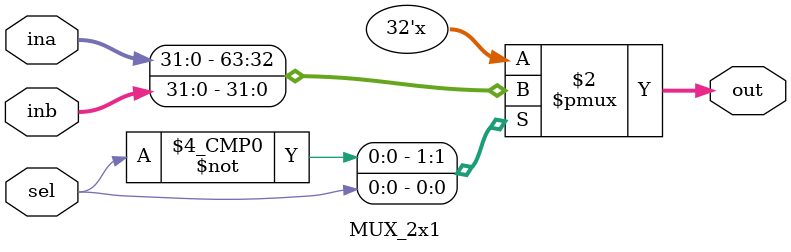
<source format=v>
module MUX_2x1(ina , inb , sel , out);

input [31:0] ina , inb;
input sel;

output reg [31:0] out;

always@ (*)
    case(sel)
        1'b0: out <= ina;
        1'b1: out <= inb;
    endcase

endmodule
</source>
